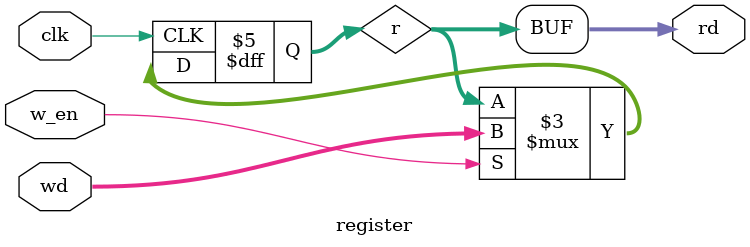
<source format=sv>
module register
				#(w=8)
			( output logic [w-1:0] rd, 
               input  logic clk,
			   input  logic w_en, 
               input logic [w-1:0] wd);
 reg  [w-1:0] r; 
 always_comb begin
   rd =r; 
 end
 always @(posedge clk)
 begin
  if (w_en) begin
  //  $display("testetstestest");	 
    r <= wd; 
	end
 end
endmodule
</source>
